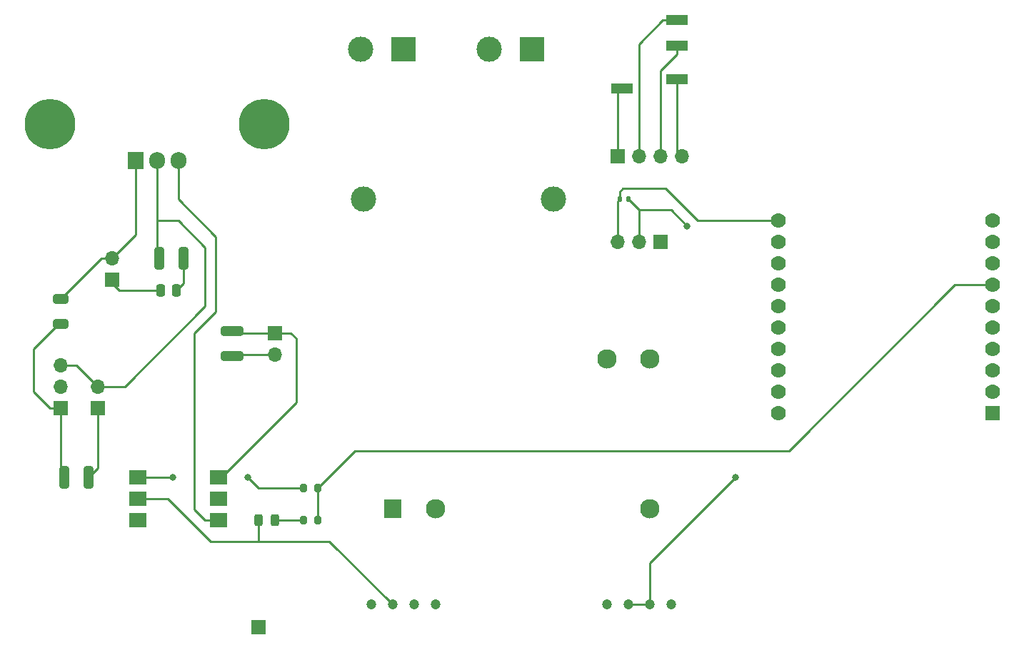
<source format=gbr>
%TF.GenerationSoftware,KiCad,Pcbnew,(7.0.0-0)*%
%TF.CreationDate,2023-11-16T12:34:27+01:00*%
%TF.ProjectId,bed-smart-plug,6265642d-736d-4617-9274-2d706c75672e,rev?*%
%TF.SameCoordinates,Original*%
%TF.FileFunction,Copper,L1,Top*%
%TF.FilePolarity,Positive*%
%FSLAX46Y46*%
G04 Gerber Fmt 4.6, Leading zero omitted, Abs format (unit mm)*
G04 Created by KiCad (PCBNEW (7.0.0-0)) date 2023-11-16 12:34:27*
%MOMM*%
%LPD*%
G01*
G04 APERTURE LIST*
G04 Aperture macros list*
%AMRoundRect*
0 Rectangle with rounded corners*
0 $1 Rounding radius*
0 $2 $3 $4 $5 $6 $7 $8 $9 X,Y pos of 4 corners*
0 Add a 4 corners polygon primitive as box body*
4,1,4,$2,$3,$4,$5,$6,$7,$8,$9,$2,$3,0*
0 Add four circle primitives for the rounded corners*
1,1,$1+$1,$2,$3*
1,1,$1+$1,$4,$5*
1,1,$1+$1,$6,$7*
1,1,$1+$1,$8,$9*
0 Add four rect primitives between the rounded corners*
20,1,$1+$1,$2,$3,$4,$5,0*
20,1,$1+$1,$4,$5,$6,$7,0*
20,1,$1+$1,$6,$7,$8,$9,0*
20,1,$1+$1,$8,$9,$2,$3,0*%
G04 Aperture macros list end*
%TA.AperFunction,SMDPad,CuDef*%
%ADD10RoundRect,0.250000X-0.312500X-1.075000X0.312500X-1.075000X0.312500X1.075000X-0.312500X1.075000X0*%
%TD*%
%TA.AperFunction,ComponentPad*%
%ADD11R,3.000000X3.000000*%
%TD*%
%TA.AperFunction,ComponentPad*%
%ADD12C,3.000000*%
%TD*%
%TA.AperFunction,ComponentPad*%
%ADD13R,1.700000X1.700000*%
%TD*%
%TA.AperFunction,ComponentPad*%
%ADD14O,1.700000X1.700000*%
%TD*%
%TA.AperFunction,ComponentPad*%
%ADD15C,1.200000*%
%TD*%
%TA.AperFunction,SMDPad,CuDef*%
%ADD16RoundRect,0.250000X1.075000X-0.312500X1.075000X0.312500X-1.075000X0.312500X-1.075000X-0.312500X0*%
%TD*%
%TA.AperFunction,SMDPad,CuDef*%
%ADD17RoundRect,0.200000X0.200000X0.275000X-0.200000X0.275000X-0.200000X-0.275000X0.200000X-0.275000X0*%
%TD*%
%TA.AperFunction,ComponentPad*%
%ADD18C,6.000000*%
%TD*%
%TA.AperFunction,SMDPad,CuDef*%
%ADD19RoundRect,0.250000X0.650000X-0.325000X0.650000X0.325000X-0.650000X0.325000X-0.650000X-0.325000X0*%
%TD*%
%TA.AperFunction,ComponentPad*%
%ADD20R,2.000000X2.300000*%
%TD*%
%TA.AperFunction,ComponentPad*%
%ADD21C,2.300000*%
%TD*%
%TA.AperFunction,SMDPad,CuDef*%
%ADD22RoundRect,0.243750X-0.243750X-0.456250X0.243750X-0.456250X0.243750X0.456250X-0.243750X0.456250X0*%
%TD*%
%TA.AperFunction,SMDPad,CuDef*%
%ADD23RoundRect,0.200000X-0.200000X-0.275000X0.200000X-0.275000X0.200000X0.275000X-0.200000X0.275000X0*%
%TD*%
%TA.AperFunction,SMDPad,CuDef*%
%ADD24RoundRect,0.250000X0.250000X0.475000X-0.250000X0.475000X-0.250000X-0.475000X0.250000X-0.475000X0*%
%TD*%
%TA.AperFunction,ComponentPad*%
%ADD25R,1.778000X1.778000*%
%TD*%
%TA.AperFunction,ComponentPad*%
%ADD26C,1.778000*%
%TD*%
%TA.AperFunction,SMDPad,CuDef*%
%ADD27RoundRect,0.135000X0.135000X0.185000X-0.135000X0.185000X-0.135000X-0.185000X0.135000X-0.185000X0*%
%TD*%
%TA.AperFunction,SMDPad,CuDef*%
%ADD28R,2.500000X1.200000*%
%TD*%
%TA.AperFunction,ComponentPad*%
%ADD29R,1.905000X2.000000*%
%TD*%
%TA.AperFunction,ComponentPad*%
%ADD30O,1.905000X2.000000*%
%TD*%
%TA.AperFunction,SMDPad,CuDef*%
%ADD31R,2.000000X1.780000*%
%TD*%
%TA.AperFunction,ViaPad*%
%ADD32C,0.800000*%
%TD*%
%TA.AperFunction,Conductor*%
%ADD33C,0.250000*%
%TD*%
G04 APERTURE END LIST*
D10*
%TO.P,R5,1*%
%TO.N,Net-(J5-Pin_1)*%
X39812500Y-99045000D03*
%TO.P,R5,2*%
%TO.N,Net-(J6-Pin_1)*%
X42737500Y-99045000D03*
%TD*%
D11*
%TO.P,J9,1,Pin_1*%
%TO.N,Net-(J8-Pin_2)*%
X80009999Y-48259999D03*
D12*
%TO.P,J9,2,Pin_2*%
%TO.N,NEUT*%
X74930000Y-48260000D03*
%TD*%
D13*
%TO.P,J8,1,Pin_1*%
%TO.N,Net-(J8-Pin_1)*%
X45527499Y-75564999D03*
D14*
%TO.P,J8,2,Pin_2*%
%TO.N,Net-(J8-Pin_2)*%
X45527499Y-73024999D03*
%TD*%
D13*
%TO.P,J2,1,Pin_1*%
%TO.N,Net-(J2-Pin_1)*%
X105409999Y-60959999D03*
D14*
%TO.P,J2,2,Pin_2*%
%TO.N,Net-(J2-Pin_2)*%
X107949999Y-60959999D03*
%TO.P,J2,3,Pin_3*%
%TO.N,Net-(J2-Pin_3)*%
X110489999Y-60959999D03*
%TO.P,J2,4,Pin_4*%
%TO.N,Net-(J2-Pin_4)*%
X113029999Y-60959999D03*
%TD*%
D15*
%TO.P,U2,1,Antenna*%
%TO.N,Net-(AE1-A)*%
X76200000Y-114140000D03*
%TO.P,U2,2,GND*%
%TO.N,GND*%
X78740000Y-114140000D03*
%TO.P,U2,3,GND*%
X81280000Y-114140000D03*
%TO.P,U2,4,VCC*%
%TO.N,+3V3*%
X83820000Y-114140000D03*
%TO.P,U2,5,VCC*%
X104140000Y-114140000D03*
%TO.P,U2,6,DATA*%
%TO.N,Net-(U1-GPIO36)*%
X106680000Y-114140000D03*
%TO.P,U2,7,DATA*%
X109220000Y-114140000D03*
%TO.P,U2,8,GND*%
%TO.N,GND*%
X111760000Y-114140000D03*
%TD*%
D13*
%TO.P,J6,1,Pin_1*%
%TO.N,Net-(J6-Pin_1)*%
X43814999Y-90794999D03*
D14*
%TO.P,J6,2,Pin_2*%
%TO.N,Net-(J5-Pin_3)*%
X43814999Y-88254999D03*
%TD*%
D16*
%TO.P,R4,1*%
%TO.N,Net-(J4-Pin_2)*%
X59690000Y-84647500D03*
%TO.P,R4,2*%
%TO.N,Net-(J4-Pin_1)*%
X59690000Y-81722500D03*
%TD*%
D13*
%TO.P,AE1,1,A*%
%TO.N,Net-(AE1-A)*%
X62864999Y-116839999D03*
%TD*%
D17*
%TO.P,R2,1*%
%TO.N,Net-(U1-GPIO2)*%
X69850000Y-104140000D03*
%TO.P,R2,2*%
%TO.N,Net-(D1-A)*%
X68200000Y-104140000D03*
%TD*%
D18*
%TO.P,HS1,1*%
%TO.N,N/C*%
X38100000Y-57150000D03*
X63500000Y-57150000D03*
%TD*%
D19*
%TO.P,C1,1*%
%TO.N,Net-(J5-Pin_1)*%
X39370000Y-80850000D03*
%TO.P,C1,2*%
%TO.N,Net-(J8-Pin_2)*%
X39370000Y-77900000D03*
%TD*%
D13*
%TO.P,J1,1,Pin_1*%
%TO.N,GND*%
X110489999Y-71119999D03*
D14*
%TO.P,J1,2,Pin_2*%
%TO.N,+3V3*%
X107949999Y-71119999D03*
%TO.P,J1,3,Pin_3*%
%TO.N,Net-(J1-Pin_3)*%
X105409999Y-71119999D03*
%TD*%
D10*
%TO.P,R6,1*%
%TO.N,Net-(J5-Pin_3)*%
X51050000Y-73025000D03*
%TO.P,R6,2*%
%TO.N,Net-(C2-Pad1)*%
X53975000Y-73025000D03*
%TD*%
D20*
%TO.P,PS1,1,AC/L*%
%TO.N,LINE*%
X78739999Y-102727499D03*
D21*
%TO.P,PS1,3,AC/N*%
%TO.N,NEUT*%
X83820000Y-102727500D03*
%TO.P,PS1,5,NC*%
%TO.N,unconnected-(PS1-NC-Pad5)*%
X109220000Y-102727500D03*
%TO.P,PS1,14,-Vo*%
%TO.N,GND*%
X109220000Y-84947500D03*
%TO.P,PS1,16,+Vo*%
%TO.N,+5V*%
X104140000Y-84947500D03*
%TD*%
D22*
%TO.P,D1,1,K*%
%TO.N,GND*%
X62895000Y-104140000D03*
%TO.P,D1,2,A*%
%TO.N,Net-(D1-A)*%
X64770000Y-104140000D03*
%TD*%
D23*
%TO.P,R3,1*%
%TO.N,Net-(R3-Pad1)*%
X68200000Y-100330000D03*
%TO.P,R3,2*%
%TO.N,Net-(U1-GPIO2)*%
X69850000Y-100330000D03*
%TD*%
D24*
%TO.P,C2,1*%
%TO.N,Net-(C2-Pad1)*%
X53142500Y-76835000D03*
%TO.P,C2,2*%
%TO.N,Net-(J8-Pin_1)*%
X51242500Y-76835000D03*
%TD*%
D25*
%TO.P,U1,1,+5V*%
%TO.N,+5V*%
X149859999Y-91439999D03*
D26*
%TO.P,U1,2,+3.3V_(out)*%
%TO.N,+3V3*%
X149860000Y-88900000D03*
%TO.P,U1,3,GND*%
%TO.N,GND*%
X149860000Y-86360000D03*
%TO.P,U1,4,ESP_EN*%
%TO.N,unconnected-(U1-ESP_EN-Pad4)*%
X149860000Y-83820000D03*
%TO.P,U1,5,GPIO0*%
%TO.N,unconnected-(U1-GPIO0-Pad5)*%
X149860000Y-81280000D03*
%TO.P,U1,6,GPIO1*%
%TO.N,unconnected-(U1-GPIO1-Pad6)*%
X149860000Y-78740000D03*
%TO.P,U1,7,GPIO2*%
%TO.N,Net-(U1-GPIO2)*%
X149860000Y-76200000D03*
%TO.P,U1,8,GPIO3*%
%TO.N,unconnected-(U1-GPIO3-Pad8)*%
X149860000Y-73660000D03*
%TO.P,U1,9,GPIO4*%
%TO.N,unconnected-(U1-GPIO4-Pad9)*%
X149860000Y-71120000D03*
%TO.P,U1,10,GPIO5*%
%TO.N,unconnected-(U1-GPIO5-Pad10)*%
X149860000Y-68580000D03*
%TO.P,U1,11,GPIO13*%
%TO.N,Net-(J1-Pin_3)*%
X124460000Y-68580000D03*
%TO.P,U1,12,GPIO14*%
%TO.N,unconnected-(U1-GPIO14-Pad12)*%
X124460000Y-71120000D03*
%TO.P,U1,13,GPIO15*%
%TO.N,unconnected-(U1-GPIO15-Pad13)*%
X124460000Y-73660000D03*
%TO.P,U1,14,GPIO16*%
%TO.N,unconnected-(U1-GPIO16-Pad14)*%
X124460000Y-76200000D03*
%TO.P,U1,15,GPIO32*%
%TO.N,unconnected-(U1-GPIO32-Pad15)*%
X124460000Y-78740000D03*
%TO.P,U1,16,GPIO33*%
%TO.N,unconnected-(U1-GPIO33-Pad16)*%
X124460000Y-81280000D03*
%TO.P,U1,17,GPIO34*%
%TO.N,unconnected-(U1-GPIO34-Pad17)*%
X124460000Y-83820000D03*
%TO.P,U1,18,GPIO35*%
%TO.N,unconnected-(U1-GPIO35-Pad18)*%
X124460000Y-86360000D03*
%TO.P,U1,19,GPIO36*%
%TO.N,Net-(U1-GPIO36)*%
X124460000Y-88900000D03*
%TO.P,U1,20,GPIO39*%
%TO.N,unconnected-(U1-GPIO39-Pad20)*%
X124460000Y-91440000D03*
%TD*%
D27*
%TO.P,R1,1*%
%TO.N,+3V3*%
X106680000Y-66040000D03*
%TO.P,R1,2*%
%TO.N,Net-(J1-Pin_3)*%
X105660000Y-66040000D03*
%TD*%
D28*
%TO.P,J3,R1*%
%TO.N,Net-(J2-Pin_3)*%
X112469999Y-47779999D03*
%TO.P,J3,R2*%
%TO.N,Net-(J2-Pin_2)*%
X112469999Y-44779999D03*
%TO.P,J3,S*%
%TO.N,Net-(J2-Pin_1)*%
X105969999Y-52879999D03*
%TO.P,J3,T*%
%TO.N,Net-(J2-Pin_4)*%
X112469999Y-51779999D03*
%TD*%
D29*
%TO.P,Q1,1,A1*%
%TO.N,Net-(J8-Pin_2)*%
X48259999Y-61434999D03*
D30*
%TO.P,Q1,2,A2*%
%TO.N,Net-(J5-Pin_3)*%
X50799999Y-61434999D03*
%TO.P,Q1,3,G*%
%TO.N,Net-(Q1-G)*%
X53339999Y-61434999D03*
%TD*%
D13*
%TO.P,J5,1,Pin_1*%
%TO.N,Net-(J5-Pin_1)*%
X39369999Y-90804999D03*
D14*
%TO.P,J5,2,Pin_2*%
%TO.N,Net-(J4-Pin_2)*%
X39369999Y-88264999D03*
%TO.P,J5,3,Pin_3*%
%TO.N,Net-(J5-Pin_3)*%
X39369999Y-85724999D03*
%TD*%
D12*
%TO.P,F1,1*%
%TO.N,LINE*%
X97790000Y-66040000D03*
%TO.P,F1,2*%
%TO.N,Net-(J5-Pin_3)*%
X75290000Y-66040000D03*
%TD*%
D31*
%TO.P,U3,1*%
%TO.N,Net-(R3-Pad1)*%
X48574999Y-99059999D03*
%TO.P,U3,2*%
%TO.N,GND*%
X48574999Y-101599999D03*
%TO.P,U3,3,NC*%
%TO.N,unconnected-(U3-NC-Pad3)*%
X48574999Y-104139999D03*
%TO.P,U3,4*%
%TO.N,Net-(Q1-G)*%
X58104999Y-104139999D03*
%TO.P,U3,5,NC*%
%TO.N,unconnected-(U3-NC-Pad5)*%
X58104999Y-101599999D03*
%TO.P,U3,6*%
%TO.N,Net-(J4-Pin_1)*%
X58104999Y-99059999D03*
%TD*%
D13*
%TO.P,J4,1,Pin_1*%
%TO.N,Net-(J4-Pin_1)*%
X64769999Y-81914999D03*
D14*
%TO.P,J4,2,Pin_2*%
%TO.N,Net-(J4-Pin_2)*%
X64769999Y-84454999D03*
%TD*%
D11*
%TO.P,J7,1,Pin_1*%
%TO.N,LINE*%
X95249999Y-48259999D03*
D12*
%TO.P,J7,2,Pin_2*%
%TO.N,NEUT*%
X90170000Y-48260000D03*
%TD*%
D32*
%TO.N,+3V3*%
X113665000Y-69215000D03*
%TO.N,Net-(R3-Pad1)*%
X61595000Y-99060000D03*
X52705000Y-99060000D03*
%TO.N,Net-(U1-GPIO36)*%
X119380000Y-99060000D03*
%TD*%
D33*
%TO.N,Net-(J5-Pin_1)*%
X39165000Y-80850000D02*
X36195000Y-83820000D01*
X36195000Y-83820000D02*
X36195000Y-88900000D01*
X38100000Y-90805000D02*
X39370000Y-90805000D01*
X36195000Y-88900000D02*
X38100000Y-90805000D01*
X39370000Y-90805000D02*
X39370000Y-98602500D01*
X39370000Y-98602500D02*
X39812500Y-99045000D01*
X39370000Y-80850000D02*
X39165000Y-80850000D01*
%TO.N,Net-(J8-Pin_2)*%
X44245000Y-73025000D02*
X39370000Y-77900000D01*
X45527500Y-73025000D02*
X44245000Y-73025000D01*
X48260000Y-70292500D02*
X48260000Y-61435000D01*
X45527500Y-73025000D02*
X48260000Y-70292500D01*
%TO.N,Net-(C2-Pad1)*%
X53975000Y-76002500D02*
X53142500Y-76835000D01*
X53975000Y-73025000D02*
X53975000Y-76002500D01*
%TO.N,Net-(J8-Pin_1)*%
X46355000Y-76835000D02*
X51242500Y-76835000D01*
X45527500Y-76007500D02*
X46355000Y-76835000D01*
X45527500Y-75565000D02*
X45527500Y-76007500D01*
%TO.N,GND*%
X62895000Y-106650000D02*
X62865000Y-106680000D01*
X57150000Y-106680000D02*
X52070000Y-101600000D01*
X62895000Y-104140000D02*
X62895000Y-106650000D01*
X71280000Y-106680000D02*
X62865000Y-106680000D01*
X52070000Y-101600000D02*
X48575000Y-101600000D01*
X57150000Y-106680000D02*
X62865000Y-106680000D01*
X78740000Y-114140000D02*
X71280000Y-106680000D01*
%TO.N,Net-(D1-A)*%
X68200000Y-104140000D02*
X64770000Y-104140000D01*
%TO.N,Net-(J5-Pin_3)*%
X50800000Y-72775000D02*
X50800000Y-68580000D01*
X50800000Y-68580000D02*
X53340000Y-68580000D01*
X56515000Y-71755000D02*
X56515000Y-78740000D01*
X39370000Y-85725000D02*
X41285000Y-85725000D01*
X53340000Y-68580000D02*
X56515000Y-71755000D01*
X56515000Y-78740000D02*
X47000000Y-88255000D01*
X51050000Y-73025000D02*
X50800000Y-72775000D01*
X41285000Y-85725000D02*
X43815000Y-88255000D01*
X47000000Y-88255000D02*
X43815000Y-88255000D01*
X50800000Y-68580000D02*
X50800000Y-61435000D01*
%TO.N,+3V3*%
X106680000Y-66040000D02*
X107950000Y-67310000D01*
X111760000Y-67310000D02*
X107950000Y-67310000D01*
X107950000Y-67310000D02*
X107950000Y-71120000D01*
X113665000Y-69215000D02*
X111760000Y-67310000D01*
%TO.N,Net-(J1-Pin_3)*%
X105660000Y-66040000D02*
X105410000Y-66290000D01*
X105660000Y-65155000D02*
X105660000Y-66040000D01*
X111125000Y-64770000D02*
X106045000Y-64770000D01*
X124460000Y-68580000D02*
X114935000Y-68580000D01*
X106045000Y-64770000D02*
X105660000Y-65155000D01*
X105410000Y-66290000D02*
X105410000Y-71120000D01*
X114935000Y-68580000D02*
X111125000Y-64770000D01*
%TO.N,Net-(J2-Pin_1)*%
X105410000Y-53440000D02*
X105970000Y-52880000D01*
X105410000Y-60960000D02*
X105410000Y-53440000D01*
%TO.N,Net-(J2-Pin_2)*%
X112470000Y-44780000D02*
X110795000Y-44780000D01*
X107950000Y-47625000D02*
X110795000Y-44780000D01*
X107950000Y-60960000D02*
X107950000Y-47625000D01*
%TO.N,Net-(J2-Pin_3)*%
X112470000Y-47780000D02*
X112470000Y-48820000D01*
X112470000Y-48820000D02*
X110490000Y-50800000D01*
X110490000Y-50800000D02*
X110490000Y-60960000D01*
%TO.N,Net-(J2-Pin_4)*%
X112470000Y-51780000D02*
X112470000Y-60400000D01*
X112470000Y-60400000D02*
X113030000Y-60960000D01*
%TO.N,Net-(J4-Pin_1)*%
X58105000Y-99060000D02*
X58420000Y-99060000D01*
X66675000Y-81915000D02*
X64770000Y-81915000D01*
X59690000Y-81722500D02*
X59882500Y-81915000D01*
X67310000Y-82550000D02*
X66675000Y-81915000D01*
X67310000Y-90170000D02*
X67310000Y-82550000D01*
X58420000Y-99060000D02*
X67310000Y-90170000D01*
X59882500Y-81915000D02*
X64770000Y-81915000D01*
%TO.N,Net-(J4-Pin_2)*%
X59882500Y-84455000D02*
X59690000Y-84647500D01*
X64770000Y-84455000D02*
X59882500Y-84455000D01*
%TO.N,Net-(J6-Pin_1)*%
X43815000Y-97967500D02*
X42737500Y-99045000D01*
X43815000Y-90795000D02*
X43815000Y-97967500D01*
%TO.N,Net-(Q1-G)*%
X56515000Y-104140000D02*
X55245000Y-102870000D01*
X55245000Y-81915000D02*
X57785000Y-79375000D01*
X57785000Y-70485000D02*
X53340000Y-66040000D01*
X58105000Y-104140000D02*
X56515000Y-104140000D01*
X55245000Y-102870000D02*
X55245000Y-81915000D01*
X57785000Y-79375000D02*
X57785000Y-70485000D01*
X53340000Y-66040000D02*
X53340000Y-61435000D01*
%TO.N,Net-(U1-GPIO2)*%
X74295000Y-95885000D02*
X69850000Y-100330000D01*
X149860000Y-76200000D02*
X145415000Y-76200000D01*
X145415000Y-76200000D02*
X125730000Y-95885000D01*
X69850000Y-100330000D02*
X69850000Y-104140000D01*
X125730000Y-95885000D02*
X74295000Y-95885000D01*
%TO.N,Net-(R3-Pad1)*%
X68200000Y-100330000D02*
X62865000Y-100330000D01*
X62865000Y-100330000D02*
X61595000Y-99060000D01*
X52705000Y-99060000D02*
X48575000Y-99060000D01*
%TO.N,Net-(U1-GPIO36)*%
X109220000Y-109220000D02*
X119380000Y-99060000D01*
X106680000Y-114140000D02*
X109220000Y-114140000D01*
X109220000Y-114140000D02*
X109220000Y-109220000D01*
%TD*%
M02*

</source>
